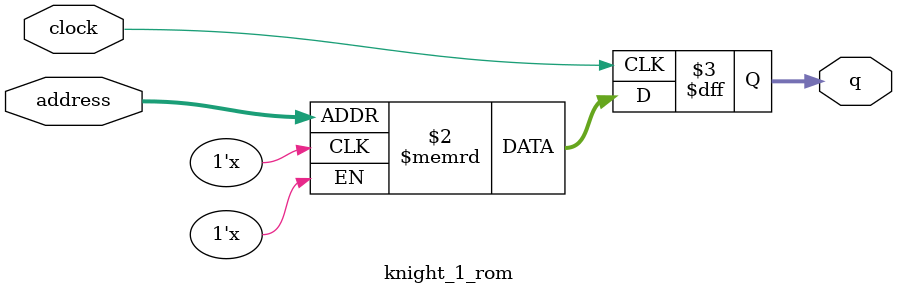
<source format=sv>
module knight_1_rom (
	input logic clock,
	input logic [9:0] address,
	output logic [2:0] q
);

logic [2:0] memory [0:1023] /* synthesis ram_init_file = "./knight_1/knight_1.mif" */;

always_ff @ (posedge clock) begin
	q <= memory[address];
end

endmodule

</source>
